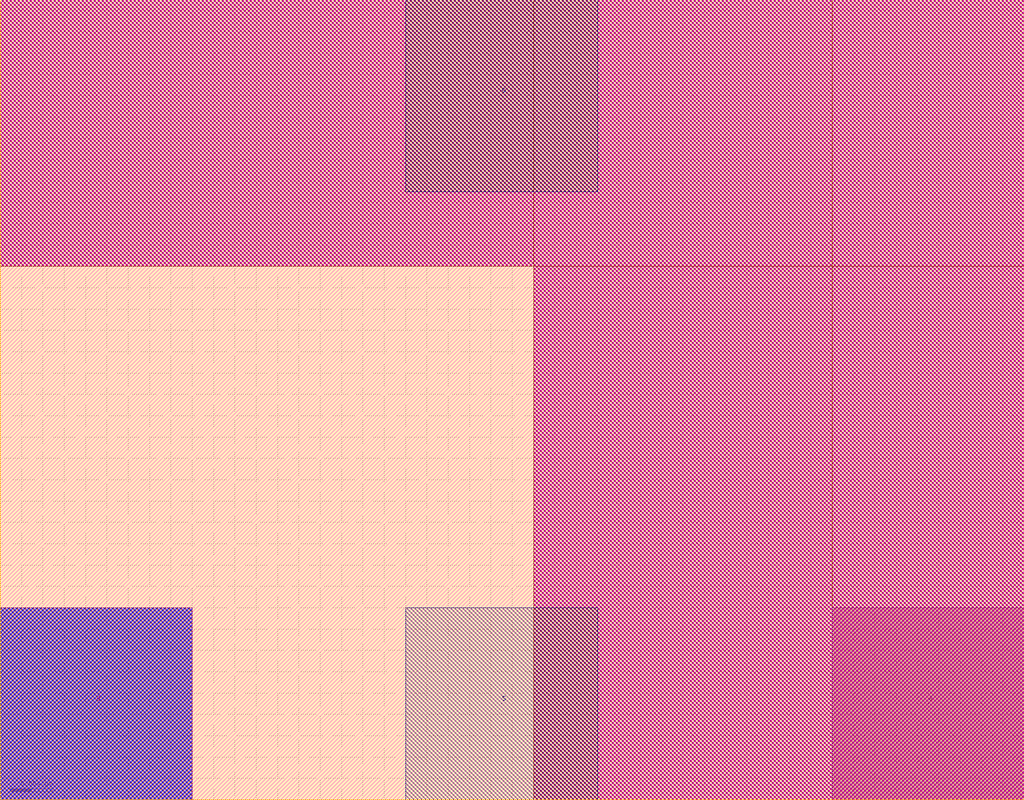
<source format=lef>
VERSION 5.7 ;
BUSBITCHARS "[]" ;
DIVIDERCHAR "/" ;

PROPERTYDEFINITIONS
  LAYER LEF58_TYPE STRING ;
  LAYER LEF58_SPACING STRING ;
END PROPERTYDEFINITIONS

UNITS
  DATABASE MICRONS 4000 ;
END UNITS
MANUFACTURINGGRID 0.00025 ;
LAYER OVERLAP
  TYPE OVERLAP ;
END OVERLAP

LAYER well
  TYPE MASTERSLICE ;
  PROPERTY LEF58_TYPE "TYPE NWELL ;" ;
END well

LAYER Gate
  TYPE ROUTING ;
  DIRECTION HORIZONTAL ;
  WIDTH 0.02 ;
  AREA 0.06 ;
  SPACING 0.034 ;
  DIAGSPACING 0.19 ;
  PROPERTY LEF58_TYPE "TYPE POLYROUTING ;" ;
END Gate

LAYER Active
  TYPE MASTERSLICE ;
  PROPERTY LEF58_TYPE "TYPE DIFFUSION ;" ;
END Active

LAYER LISD
  TYPE MASTERSLICE ;
  PROPERTY LEF58_TYPE "TYPE MEOL ;" ;
END LISD

LAYER LIG
  TYPE MASTERSLICE ;
  PROPERTY LEF58_TYPE "TYPE MEOL ;" ;
END LIG

LAYER V0
  TYPE CUT ;
  SPACING 0.018 ;
  WIDTH 0.018 ;
END V0

LAYER M1
  TYPE ROUTING ;
  DIRECTION VERTICAL ;
  PITCH 0.036 0.036 ;
  WIDTH 0.018 ;
  OFFSET 0.018 0.018 ;
  SPACINGTABLE
    PARALLELRUNLENGTH 0 
    WIDTH 0 0.018 ;
  MINIMUMCUT 1 WIDTH 0.01775 WITHIN 0.295 FROMABOVE ;
  MINIMUMCUT 1 WIDTH 0.12975 WITHIN 0.295 FROMABOVE ;
  MINIMUMCUT 1 WIDTH 0.13975 WITHIN 0.295 FROMABOVE ;
  MINIMUMCUT 2 WIDTH 0.42475 WITHIN 0.295 FROMABOVE ;
  MINIMUMCUT 4 WIDTH 1.14475 WITHIN 0.295 FROMABOVE ;
  DIAGPITCH 0.051 0.051 ;
  MINIMUMDENSITY 15 ;
  MAXIMUMDENSITY 90 ;
  DENSITYCHECKWINDOW 20 20 ;
  DENSITYCHECKSTEP 10 ;
END M1

LAYER M2
  TYPE ROUTING ;
  DIRECTION HORIZONTAL ;
  PITCH 0.036 0.036 ;
  WIDTH 0.018 ;
  OFFSET 0.018 0.018 ;
  SPACINGTABLE
    PARALLELRUNLENGTH 0 
    WIDTH 0 0.018 ;
  MINIMUMCUT 1 WIDTH 0.01775 WITHIN 0.295 FROMABOVE ;
  MINIMUMCUT 1 WIDTH 0.12975 WITHIN 0.295 FROMABOVE ;
  MINIMUMCUT 1 WIDTH 0.13975 WITHIN 0.295 FROMABOVE ;
  MINIMUMCUT 2 WIDTH 0.42475 WITHIN 0.295 FROMABOVE ;
  MINIMUMCUT 4 WIDTH 1.14475 WITHIN 0.295 FROMABOVE ;
  DIAGPITCH 0.051 0.051 ;
  MINIMUMDENSITY 15 ;
  MAXIMUMDENSITY 90 ;
  DENSITYCHECKWINDOW 20 20 ;
  DENSITYCHECKSTEP 10 ;
END M2

LAYER V1
  TYPE CUT ;
  SPACING 0.018 ;
  WIDTH 0.018 ;
END V1

LAYER V2
  TYPE CUT ;
  SPACING 0.018 ;
  WIDTH 0.018 ;
END V2

LAYER M3
  TYPE ROUTING ;
  DIRECTION VERTICAL ;
  PITCH 0.036 0.036 ;
  WIDTH 0.018 ;
  OFFSET 0.018 0.018 ;
  SPACINGTABLE
    PARALLELRUNLENGTH 0 
    WIDTH 0 0.18 ;
  MINIMUMCUT 1 WIDTH 0.01775 WITHIN 0.295 FROMBELOW ;
  MINIMUMCUT 1 WIDTH 0.12975 WITHIN 0.295 FROMBELOW ;
  MINIMUMCUT 1 WIDTH 0.13975 WITHIN 0.295 FROMBELOW ;
  MINIMUMCUT 2 WIDTH 0.42475 WITHIN 0.295 FROMBELOW ;
  MINIMUMCUT 4 WIDTH 1.14475 WITHIN 0.295 FROMBELOW ;
  MINIMUMCUT 1 WIDTH 0.01775 WITHIN 0.295 FROMABOVE ;
  MINIMUMCUT 1 WIDTH 0.12975 WITHIN 0.295 FROMABOVE ;
  MINIMUMCUT 1 WIDTH 0.13975 WITHIN 0.295 FROMABOVE ;
  MINIMUMCUT 2 WIDTH 0.42475 WITHIN 0.295 FROMABOVE ;
  MINIMUMCUT 4 WIDTH 1.14475 WITHIN 0.295 FROMABOVE ;
  DIAGPITCH 0.051 0.051 ;
  MINIMUMDENSITY 15 ;
  MAXIMUMDENSITY 90 ;
  DENSITYCHECKWINDOW 20 20 ;
  DENSITYCHECKSTEP 10 ;
END M3

LAYER V3
  TYPE CUT ;
  SPACING 0.018 ;
  WIDTH 0.018 ;
END V3

LAYER M4
  TYPE ROUTING ;
  DIRECTION HORIZONTAL ;
  PITCH 0.048 0.048 ;
  WIDTH 0.024 ;
  OFFSET 0.024 0.024 ;
  SPACINGTABLE
    PARALLELRUNLENGTH 0 
    WIDTH 0 0.024 ;
  MINIMUMCUT 1 WIDTH 0.01775 WITHIN 0.295 FROMBELOW ;
  MINIMUMCUT 1 WIDTH 0.12975 WITHIN 0.295 FROMBELOW ;
  MINIMUMCUT 1 WIDTH 0.13975 WITHIN 0.295 FROMBELOW ;
  MINIMUMCUT 2 WIDTH 0.42475 WITHIN 0.295 FROMBELOW ;
  MINIMUMCUT 4 WIDTH 1.14475 WITHIN 0.295 FROMBELOW ;
  MINIMUMCUT 1 WIDTH 0.02375 WITHIN 0.295 FROMABOVE ;
  MINIMUMCUT 1 WIDTH 0.12975 WITHIN 0.295 FROMABOVE ;
  MINIMUMCUT 1 WIDTH 0.13975 WITHIN 0.295 FROMABOVE ;
  MINIMUMCUT 2 WIDTH 0.42475 WITHIN 0.295 FROMABOVE ;
  MINIMUMCUT 4 WIDTH 1.14475 WITHIN 0.295 FROMABOVE ;
  DIAGPITCH 0.068 0.068 ;
  MINIMUMDENSITY 15 ;
  MAXIMUMDENSITY 90 ;
  DENSITYCHECKWINDOW 20 20 ;
  DENSITYCHECKSTEP 10 ;
END M4

LAYER V4
  TYPE CUT ;
  SPACING 0.034 ;
  WIDTH 0.024 ;
END V4

LAYER M5
  TYPE ROUTING ;
  DIRECTION VERTICAL ;
  PITCH 0.048 0.048 ;
  WIDTH 0.024 ;
  OFFSET 0.024 0.024 ;
  SPACINGTABLE
    PARALLELRUNLENGTH 0 
    WIDTH 0 0.024 ;
  MINIMUMCUT 1 WIDTH 0.02375 WITHIN 0.295 FROMBELOW ;
  MINIMUMCUT 1 WIDTH 0.12975 WITHIN 0.295 FROMBELOW ;
  MINIMUMCUT 1 WIDTH 0.13975 WITHIN 0.295 FROMBELOW ;
  MINIMUMCUT 2 WIDTH 0.42475 WITHIN 0.295 FROMBELOW ;
  MINIMUMCUT 4 WIDTH 1.14475 WITHIN 0.295 FROMBELOW ;
  MINIMUMCUT 1 WIDTH 0.02375 WITHIN 0.295 FROMABOVE ;
  MINIMUMCUT 1 WIDTH 0.12975 WITHIN 0.295 FROMABOVE ;
  MINIMUMCUT 1 WIDTH 0.13975 WITHIN 0.295 FROMABOVE ;
  MINIMUMCUT 2 WIDTH 0.42475 WITHIN 0.295 FROMABOVE ;
  MINIMUMCUT 4 WIDTH 1.14475 WITHIN 0.295 FROMABOVE ;
  DIAGPITCH 0.068 0.068 ;
  MINIMUMDENSITY 15 ;
  MAXIMUMDENSITY 90 ;
  DENSITYCHECKWINDOW 20 20 ;
  DENSITYCHECKSTEP 10 ;
END M5

LAYER V5
  TYPE CUT ;
  SPACING 0.034 ;
  WIDTH 0.024 ;
END V5

LAYER M6
  TYPE ROUTING ;
  DIRECTION HORIZONTAL ;
  PITCH 0.064 0.064 ;
  WIDTH 0.032 ;
  OFFSET 0.032 0.032 ;
  SPACINGTABLE
    PARALLELRUNLENGTH 0 
    WIDTH 0 0.032 ;
  MINIMUMCUT 1 WIDTH 0.02375 WITHIN 0.295 FROMBELOW ;
  MINIMUMCUT 1 WIDTH 0.12975 WITHIN 0.295 FROMBELOW ;
  MINIMUMCUT 1 WIDTH 0.13975 WITHIN 0.295 FROMBELOW ;
  MINIMUMCUT 2 WIDTH 0.42475 WITHIN 0.295 FROMBELOW ;
  MINIMUMCUT 4 WIDTH 1.14475 WITHIN 0.295 FROMBELOW ;
  MINIMUMCUT 1 WIDTH 0.03175 WITHIN 0.295 FROMABOVE ;
  MINIMUMCUT 1 WIDTH 0.12975 WITHIN 0.295 FROMABOVE ;
  MINIMUMCUT 1 WIDTH 0.13975 WITHIN 0.295 FROMABOVE ;
  MINIMUMCUT 2 WIDTH 0.42475 WITHIN 0.295 FROMABOVE ;
  MINIMUMCUT 4 WIDTH 1.14475 WITHIN 0.295 FROMABOVE ;
  DIAGPITCH 0.068 0.068 ;
  MINIMUMDENSITY 15 ;
  MAXIMUMDENSITY 90 ;
  DENSITYCHECKWINDOW 20 20 ;
  DENSITYCHECKSTEP 10 ;
END M6

LAYER V6
  TYPE CUT ;
  SPACING 0.046 ;
  WIDTH 0.032 ;
END V6

LAYER M7
  TYPE ROUTING ;
  DIRECTION VERTICAL ;
  PITCH 0.064 0.064 ;
  WIDTH 0.032 ;
  OFFSET 0.032 0.032 ;
  SPACINGTABLE
    PARALLELRUNLENGTH 0 
    WIDTH 0 0.032 ;
  MINIMUMCUT 1 WIDTH 0.03175 WITHIN 0.295 FROMBELOW ;
  MINIMUMCUT 1 WIDTH 0.12975 WITHIN 0.295 FROMBELOW ;
  MINIMUMCUT 1 WIDTH 0.13975 WITHIN 0.295 FROMBELOW ;
  MINIMUMCUT 2 WIDTH 0.42475 WITHIN 0.295 FROMBELOW ;
  MINIMUMCUT 4 WIDTH 1.14475 WITHIN 0.295 FROMBELOW ;
  MINIMUMCUT 1 WIDTH 0.03175 WITHIN 1.705 FROMABOVE ;
  MINIMUMCUT 1 WIDTH 0.35975 WITHIN 1.705 FROMABOVE ;
  MINIMUMCUT 2 WIDTH 1.80475 WITHIN 1.705 FROMABOVE ;
  DIAGPITCH 0.068 0.068 ;
  MINIMUMDENSITY 15 ;
  MAXIMUMDENSITY 90 ;
  DENSITYCHECKWINDOW 20 20 ;
  DENSITYCHECKSTEP 10 ;
END M7

LAYER V7
  TYPE CUT ;
  SPACING 0.046 ;
  WIDTH 0.032 ;
END V7

LAYER M8
  TYPE ROUTING ;
  DIRECTION HORIZONTAL ;
  PITCH 0.08 0.08 ;
  WIDTH 0.04 ;
  OFFSET 0.04 0.04 ;
  AREA 7.52 ;
  SPACINGTABLE
    PARALLELRUNLENGTH 0 0.39975 1.19975 1.79975 
    WIDTH 0 0.04 0.04 0.04 0.04 
    WIDTH 0.05975 0.04 0.06 0.04 0.04 
    WIDTH 0.07975 0.04 0.04 0.08 0.04 
    WIDTH 0.11975 0.04 0.04 0.04 0.12 
    WIDTH 0.49975 0.04 0.04 0.04 0.5 
    WIDTH 0.99975 0.04 0.04 0.04 1 ;
  MINIMUMCUT 1 WIDTH 0.03175 WITHIN 1.705 FROMBELOW ;
  MINIMUMCUT 1 WIDTH 0.35975 WITHIN 1.705 FROMBELOW ;
  MINIMUMCUT 2 WIDTH 1.80475 WITHIN 1.705 FROMBELOW ;
  MINIMUMCUT 1 WIDTH 0.03975 WITHIN 1.705 FROMABOVE ;
  MINIMUMCUT 1 WIDTH 0.35975 WITHIN 1.705 FROMABOVE ;
  MINIMUMCUT 2 WIDTH 1.80475 WITHIN 1.705 FROMABOVE ;
  MAXWIDTH 2 ;
  MINSTEP 0.04 STEP ;
  MINIMUMDENSITY 20 ;
  MAXIMUMDENSITY 90 ;
  DENSITYCHECKWINDOW 20 20 ;
  DENSITYCHECKSTEP 10 ;
END M8

LAYER V8
  TYPE CUT ;
  SPACING 0.057 ;
  WIDTH 0.04 ;
END V8

LAYER SDT
  TYPE CUT ;
END SDT

LAYER M9
  TYPE ROUTING ;
  DIRECTION VERTICAL ;
  PITCH 0.08 0.08 ;
  WIDTH 0.04 ;
  OFFSET 0.04 0.04 ;
  AREA 7.52 ;
  SPACINGTABLE
    PARALLELRUNLENGTH 0 0.39975 1.19975 1.79975 
    WIDTH 0 0.04 0.04 0.04 0.04 
    WIDTH 0.05975 0.04 0.06 0.04 0.04 
    WIDTH 0.07975 0.04 0.04 0.08 0.04 
    WIDTH 0.11975 0.04 0.04 0.04 0.12 
    WIDTH 0.49975 0.04 0.04 0.04 0.5 
    WIDTH 0.99975 0.04 0.04 0.04 1 ;
  MINIMUMCUT 1 WIDTH 0.03975 WITHIN 1.705 FROMABOVE ;
  MINIMUMCUT 1 WIDTH 0.35975 WITHIN 1.705 FROMABOVE ;
  MINIMUMCUT 2 WIDTH 1.80475 WITHIN 1.705 FROMABOVE ;
  MAXWIDTH 2 ;
  MINSTEP 0.04 STEP ;
  MINIMUMDENSITY 20 ;
  MAXIMUMDENSITY 80 ;
  DENSITYCHECKWINDOW 100 100 ;
  DENSITYCHECKSTEP 50 ;
END M9

LAYER V9
  TYPE CUT ;
  SPACING 0.057 ;
  WIDTH 0.04 ;
END V9

LAYER Pad
  TYPE ROUTING ;
  DIRECTION HORIZONTAL ;
  PITCH 0.08 0.08 ;
  WIDTH 0.04 ;
  OFFSET 0.04 0.04 ;
  SPACINGTABLE
    PARALLELRUNLENGTH 0 11.99975 
    WIDTH 0 2 2 
    WIDTH 11.99975 2 3 ;
  MINIMUMCUT 1 WIDTH 0.03975 WITHIN 1.705 FROMBELOW ;
  MINIMUMCUT 1 WIDTH 0.35975 WITHIN 1.705 FROMBELOW ;
  MINIMUMCUT 2 WIDTH 1.80475 WITHIN 1.705 FROMBELOW ;
  MINIMUMDENSITY 20 ;
  MAXIMUMDENSITY 80 ;
  DENSITYCHECKWINDOW 100 100 ;
  DENSITYCHECKSTEP 50 ;
END Pad

VIARULE Pad_M9 GENERATE DEFAULT
  LAYER M9 ;
    ENCLOSURE 0 0.011 ;
  LAYER Pad ;
    ENCLOSURE 0.011 0 ;
  LAYER V9 ;
    RECT -0.016 -0.016 0.016 0.016 ;
    SPACING 0.078 BY 0.078 ;
END Pad_M9

VIARULE M9_M8 GENERATE DEFAULT
  LAYER M8 ;
    ENCLOSURE 0.02 0 ;
  LAYER M9 ;
    ENCLOSURE 0 0.02 ;
  LAYER V8 ;
    RECT -0.02 -0.02 0.02 0.02 ;
    SPACING 0.097 BY 0.097 ;
END M9_M8

VIARULE M8_M7 GENERATE DEFAULT
  LAYER M7 ;
    ENCLOSURE 0 0.011 ;
  LAYER M8 ;
    ENCLOSURE 0.011 0 ;
  LAYER V7 ;
    RECT -0.016 -0.016 0.016 0.016 ;
    SPACING 0.078 BY 0.078 ;
END M8_M7

VIARULE M7_M6 GENERATE DEFAULT
  LAYER M6 ;
    ENCLOSURE 0.011 0 ;
  LAYER M7 ;
    ENCLOSURE 0 0.011 ;
  LAYER V6 ;
    RECT -0.016 -0.016 0.016 0.016 ;
    SPACING 0.078 BY 0.078 ;
END M7_M6

VIARULE M6_M5 GENERATE DEFAULT
  LAYER M5 ;
    ENCLOSURE 0 0.011 ;
  LAYER M6 ;
    ENCLOSURE 0.011 0 ;
  LAYER V5 ;
    RECT -0.012 -0.012 0.012 0.012 ;
    SPACING 0.058 BY 0.058 ;
END M6_M5

VIARULE M5_M4 GENERATE DEFAULT
  LAYER M4 ;
    ENCLOSURE 0.011 0 ;
  LAYER M5 ;
    ENCLOSURE 0 0.011 ;
  LAYER V4 ;
    RECT -0.012 -0.012 0.012 0.012 ;
    SPACING 0.058 BY 0.058 ;
END M5_M4

VIARULE M4_M3 GENERATE DEFAULT
  LAYER M3 ;
    ENCLOSURE 0 0.005 ;
  LAYER M4 ;
    ENCLOSURE 0.011 0 ;
  LAYER V3 ;
    RECT -0.009 -0.009 0.009 0.009 ;
    SPACING 0.036 BY 0.036 ;
END M4_M3

VIARULE M3_M2 GENERATE DEFAULT
  LAYER M2 ;
    ENCLOSURE 0.005 0 ;
  LAYER M3 ;
    ENCLOSURE 0 0.005 ;
  LAYER V2 ;
    RECT -0.009 -0.009 0.009 0.009 ;
    SPACING 0.036 BY 0.036 ;
END M3_M2

VIARULE M2_M1 GENERATE DEFAULT
  LAYER M1 ;
    ENCLOSURE 0 0.005 ;
  LAYER M2 ;
    ENCLOSURE 0.005 0 ;
  LAYER V1 ;
    RECT -0.009 -0.009 0.009 0.009 ;
    SPACING 0.036 BY 0.036 ;
END M2_M1

SITE coreSite
  CLASS CORE ;
  SYMMETRY X R90 ;
  SIZE 0.054 BY 0.27 ;
END coreSite

MACRO nem_sw
  CLASS BLOCK ;
  ORIGIN 0 0 ;
  FOREIGN nem_sw 0 0 ;
  SIZE 0.096 BY 0.075 ;
  SYMMETRY X Y R90 ;
  PIN D
    DIRECTION INOUT ;
    USE SIGNAL ;
    PORT
      LAYER M5 ;
        RECT 0.038 0.057 0.056 0.075 ;
    END
  END D
  PIN S
    DIRECTION INOUT ;
    USE SIGNAL ;
    PORT
      LAYER M5 ;
        RECT 0.038 0 0.056 0.018 ;
    END
  END S
  PIN G
    DIRECTION INOUT ;
    USE SIGNAL ;
    PORT
      LAYER M4 ;
        RECT 0.078 0 0.096 0.018 ;
    END
  END G
  PIN B
    DIRECTION INOUT ;
    USE SIGNAL ;
    PORT
      LAYER M4 ;
        RECT 0 0 0.018 0.018 ;
      LAYER M3 ;
        RECT 0 0 0.018 0.018 ;
      LAYER M2 ;
        RECT 0 0 0.018 0.018 ;
      LAYER M1 ;
        RECT 0 0 0.018 0.018 ;
      LAYER V1 ;
        RECT 0 0 0.018 0.018 ;
      LAYER V2 ;
        RECT 0 0 0.018 0.018 ;
      LAYER V3 ;
        RECT 0 0 0.018 0.018 ;
    END
  END B
  OBS
    LAYER LIG SPACING 0.02 ;
      RECT 0 0 0.096 0.075 ;
    LAYER M1 SPACING 0.018 ;
      RECT 0 0.05 0.096 0.075 ;
      RECT 0.05 0 0.096 0.075 ;
    LAYER M2 SPACING 0.018 ;
      RECT 0 0.05 0.096 0.075 ;
      RECT 0.05 0 0.096 0.075 ;
    LAYER M3 ;
      RECT 0.078 0 0.096 0.075 ;
    LAYER M3 SPACING 0.018 ;
      RECT 0 0.05 0.096 0.075 ;
      RECT 0.05 0 0.096 0.075 ;
  END
END nem_sw

END LIBRARY

</source>
